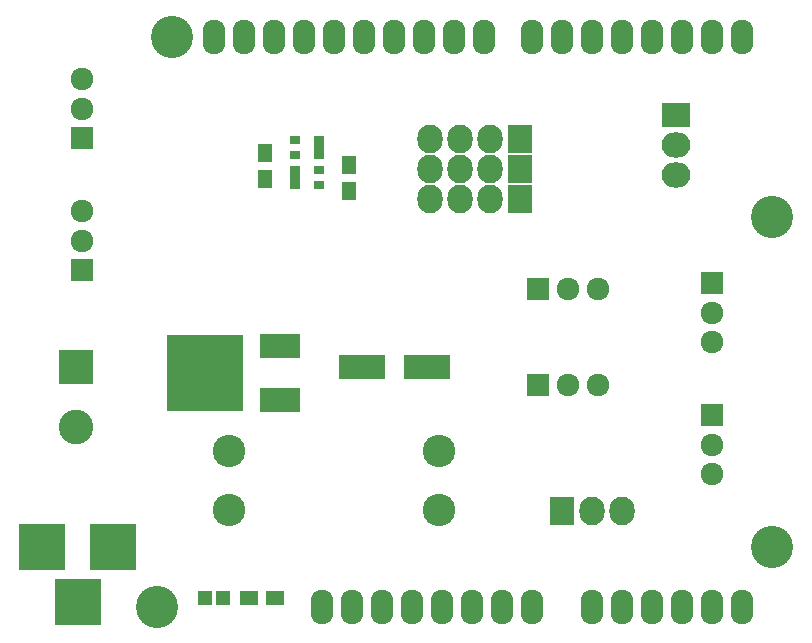
<source format=gts>
G04 #@! TF.FileFunction,Soldermask,Top*
%FSLAX46Y46*%
G04 Gerber Fmt 4.6, Leading zero omitted, Abs format (unit mm)*
G04 Created by KiCad (PCBNEW 4.0.1-product) date ven 26 aoû 2016 17:54:14 CEST*
%MOMM*%
G01*
G04 APERTURE LIST*
%ADD10C,0.100000*%
%ADD11R,3.999180X2.000200*%
%ADD12R,2.127200X2.432000*%
%ADD13O,2.127200X2.432000*%
%ADD14R,2.940000X2.940000*%
%ADD15C,2.940000*%
%ADD16R,2.432000X2.127200*%
%ADD17O,2.432000X2.127200*%
%ADD18R,1.924000X1.924000*%
%ADD19C,1.924000*%
%ADD20R,3.448000X2.051000*%
%ADD21R,6.496000X6.496000*%
%ADD22R,1.300000X1.600000*%
%ADD23R,0.908000X0.704800*%
%ADD24R,3.900120X3.900120*%
%ADD25C,2.749500*%
%ADD26R,1.197560X1.197560*%
%ADD27R,1.600000X1.300000*%
%ADD28C,3.575000*%
%ADD29O,1.924000X2.940000*%
G04 APERTURE END LIST*
D10*
D11*
X96730820Y-84328000D03*
X91229180Y-84328000D03*
D12*
X104648000Y-65024000D03*
D13*
X102108000Y-65024000D03*
X99568000Y-65024000D03*
X97028000Y-65024000D03*
D12*
X104648000Y-67564000D03*
D13*
X102108000Y-67564000D03*
X99568000Y-67564000D03*
X97028000Y-67564000D03*
D12*
X104648000Y-70104000D03*
D13*
X102108000Y-70104000D03*
X99568000Y-70104000D03*
X97028000Y-70104000D03*
D12*
X108204000Y-96520000D03*
D13*
X110744000Y-96520000D03*
X113284000Y-96520000D03*
D14*
X67056000Y-84328000D03*
D15*
X67056000Y-89408000D03*
D16*
X117856000Y-62992000D03*
D17*
X117856000Y-65532000D03*
X117856000Y-68072000D03*
D18*
X67564000Y-76160000D03*
D19*
X67564000Y-73660000D03*
X67564000Y-71160000D03*
D18*
X67564000Y-64984000D03*
D19*
X67564000Y-62484000D03*
X67564000Y-59984000D03*
D18*
X120904000Y-88432000D03*
D19*
X120904000Y-90932000D03*
X120904000Y-93432000D03*
D18*
X106212000Y-77724000D03*
D19*
X108712000Y-77724000D03*
X111212000Y-77724000D03*
D18*
X106212000Y-85852000D03*
D19*
X108712000Y-85852000D03*
X111212000Y-85852000D03*
D20*
X84328000Y-87122000D03*
D21*
X77978000Y-84836000D03*
D20*
X84328000Y-82550000D03*
D22*
X83058000Y-66210000D03*
X83058000Y-68410000D03*
X90170000Y-67226000D03*
X90170000Y-69426000D03*
D23*
X87630000Y-66421000D03*
X87630000Y-65151000D03*
X85598000Y-66421000D03*
X87630000Y-65786000D03*
X85598000Y-65151000D03*
X85598000Y-67691000D03*
X85598000Y-68961000D03*
X87630000Y-67691000D03*
X85598000Y-68326000D03*
X87630000Y-68961000D03*
D24*
X70208140Y-99568000D03*
X64208660Y-99568000D03*
X67208400Y-104267000D03*
D18*
X120904000Y-77256000D03*
D19*
X120904000Y-79756000D03*
X120904000Y-82256000D03*
D25*
X97800000Y-91480000D03*
X97800000Y-96480000D03*
X80000000Y-91480000D03*
X80000000Y-96480000D03*
D26*
X79489300Y-103886000D03*
X77990700Y-103886000D03*
D27*
X83904000Y-103886000D03*
X81704000Y-103886000D03*
D28*
X125984000Y-71628000D03*
D29*
X105664000Y-56388000D03*
D28*
X73914000Y-104648000D03*
X125984000Y-99568000D03*
X75184000Y-56388000D03*
D29*
X87884000Y-104648000D03*
X90424000Y-104648000D03*
X92964000Y-104648000D03*
X95504000Y-104648000D03*
X98044000Y-104648000D03*
X100584000Y-104648000D03*
X103124000Y-104648000D03*
X105664000Y-104648000D03*
X110744000Y-104648000D03*
X113284000Y-104648000D03*
X115824000Y-104648000D03*
X118364000Y-104648000D03*
X120904000Y-104648000D03*
X123444000Y-104648000D03*
X123444000Y-56388000D03*
X120904000Y-56388000D03*
X118364000Y-56388000D03*
X115824000Y-56388000D03*
X113284000Y-56388000D03*
X110744000Y-56388000D03*
X108204000Y-56388000D03*
X101600000Y-56388000D03*
X99060000Y-56388000D03*
X96520000Y-56388000D03*
X93980000Y-56388000D03*
X91440000Y-56388000D03*
X88900000Y-56388000D03*
X86360000Y-56388000D03*
X83820000Y-56388000D03*
X81280000Y-56388000D03*
X78740000Y-56388000D03*
M02*

</source>
